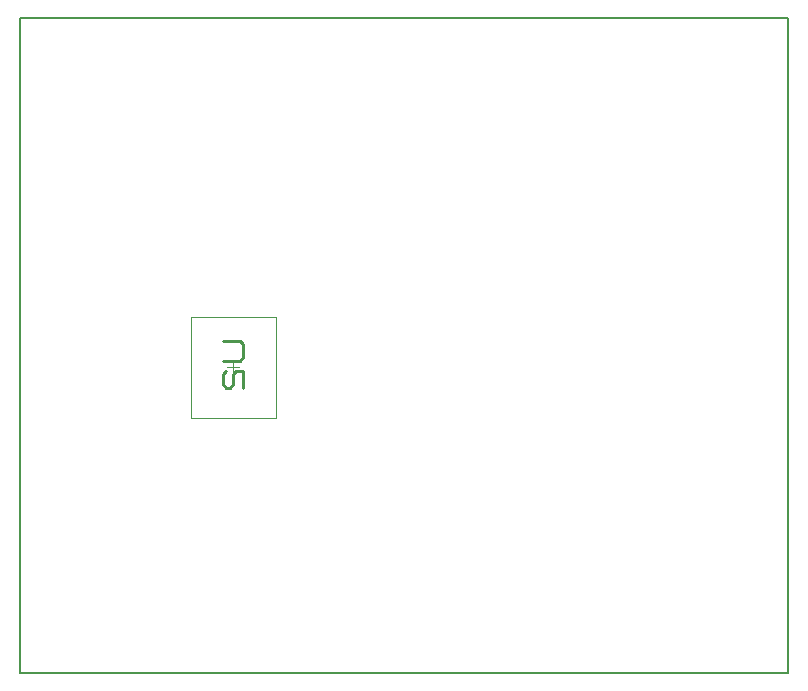
<source format=gbr>
G04 PROTEUS GERBER X2 FILE*
%TF.GenerationSoftware,Labcenter,Proteus,8.6-SP2-Build23525*%
%TF.CreationDate,2023-02-23T10:19:36+00:00*%
%TF.FileFunction,AssemblyDrawing,Bot*%
%TF.FilePolarity,Positive*%
%TF.Part,Single*%
%FSLAX45Y45*%
%MOMM*%
G01*
%TA.AperFunction,Material*%
%ADD25C,0.050000*%
%ADD26C,0.285000*%
%TA.AperFunction,Profile*%
%ADD16C,0.203200*%
%TD.AperFunction*%
D25*
X+1760000Y+2165000D02*
X+1760000Y+1315000D01*
X+1040000Y+1315000D01*
X+1040000Y+2165000D01*
X+1760000Y+2165000D01*
X+1350000Y+1740000D02*
X+1450000Y+1740000D01*
X+1400000Y+1690000D02*
X+1400000Y+1790000D01*
D26*
X+1314500Y+1968000D02*
X+1457000Y+1968000D01*
X+1485500Y+1939500D01*
X+1485500Y+1825500D01*
X+1457000Y+1797000D01*
X+1314500Y+1797000D01*
X+1343000Y+1711500D02*
X+1314500Y+1683000D01*
X+1314500Y+1597500D01*
X+1343000Y+1569000D01*
X+1371500Y+1569000D01*
X+1400000Y+1597500D01*
X+1400000Y+1683000D01*
X+1428500Y+1711500D01*
X+1485500Y+1711500D01*
X+1485500Y+1569000D01*
D16*
X-400000Y-850000D02*
X+6100000Y-850000D01*
X+6100000Y+4700000D01*
X-400000Y+4700000D01*
X-400000Y-850000D01*
M02*

</source>
